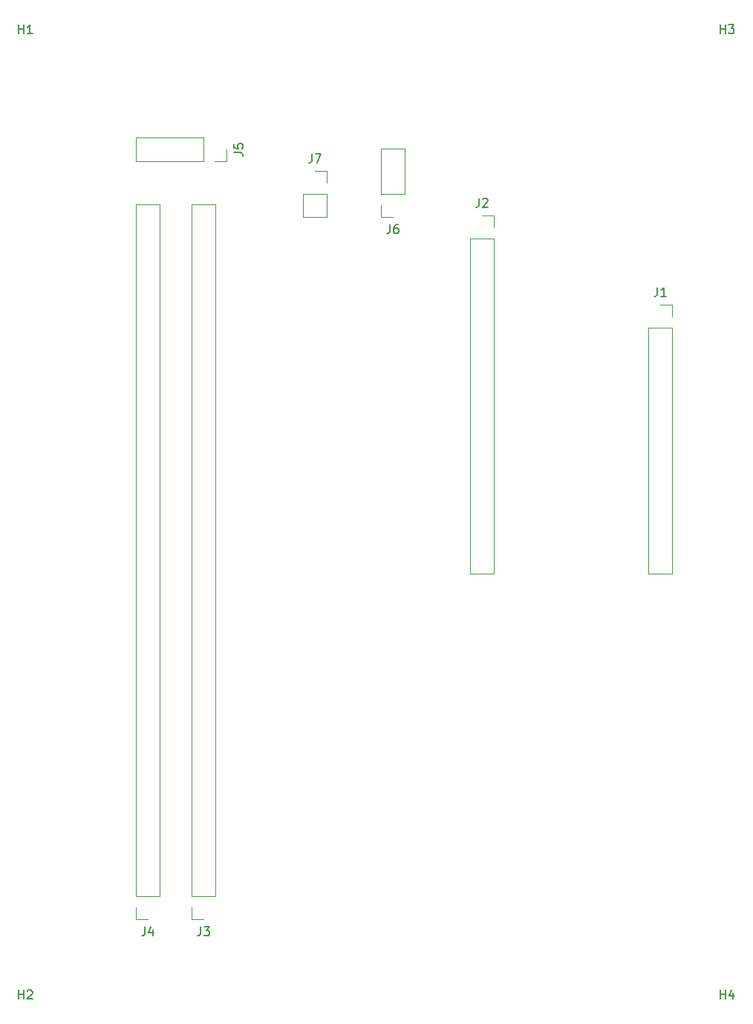
<source format=gbr>
G04 #@! TF.GenerationSoftware,KiCad,Pcbnew,5.1.2-f72e74a~84~ubuntu18.04.1*
G04 #@! TF.CreationDate,2019-12-29T11:51:02-05:00*
G04 #@! TF.ProjectId,knuth-gateway,6b6e7574-682d-4676-9174-657761792e6b,rev?*
G04 #@! TF.SameCoordinates,PX18392c0PY8b48bd0*
G04 #@! TF.FileFunction,Legend,Top*
G04 #@! TF.FilePolarity,Positive*
%FSLAX46Y46*%
G04 Gerber Fmt 4.6, Leading zero omitted, Abs format (unit mm)*
G04 Created by KiCad (PCBNEW 5.1.2-f72e74a~84~ubuntu18.04.1) date 2019-12-29 11:51:02*
%MOMM*%
%LPD*%
G04 APERTURE LIST*
%ADD10C,0.120000*%
%ADD11C,0.150000*%
G04 APERTURE END LIST*
D10*
X77410000Y85090000D02*
X80070000Y85090000D01*
X77410000Y85090000D02*
X77410000Y57090000D01*
X77410000Y57090000D02*
X80070000Y57090000D01*
X80070000Y85090000D02*
X80070000Y57090000D01*
X80070000Y87690000D02*
X80070000Y86360000D01*
X78740000Y87690000D02*
X80070000Y87690000D01*
X28000000Y20320000D02*
X25340000Y20320000D01*
X28000000Y20320000D02*
X28000000Y99120000D01*
X28000000Y99120000D02*
X25340000Y99120000D01*
X25340000Y20320000D02*
X25340000Y99120000D01*
X25340000Y17720000D02*
X25340000Y19050000D01*
X26670000Y17720000D02*
X25340000Y17720000D01*
X39370000Y102930000D02*
X40700000Y102930000D01*
X40700000Y102930000D02*
X40700000Y101600000D01*
X40700000Y100330000D02*
X40700000Y97730000D01*
X38040000Y97730000D02*
X40700000Y97730000D01*
X38040000Y100330000D02*
X38040000Y97730000D01*
X38040000Y100330000D02*
X40700000Y100330000D01*
X48260000Y97730000D02*
X46930000Y97730000D01*
X46930000Y97730000D02*
X46930000Y99060000D01*
X46930000Y100330000D02*
X46930000Y105470000D01*
X49590000Y105470000D02*
X46930000Y105470000D01*
X49590000Y100330000D02*
X49590000Y105470000D01*
X49590000Y100330000D02*
X46930000Y100330000D01*
X20320000Y17720000D02*
X18990000Y17720000D01*
X18990000Y17720000D02*
X18990000Y19050000D01*
X18990000Y20320000D02*
X18990000Y99120000D01*
X21650000Y99120000D02*
X18990000Y99120000D01*
X21650000Y20320000D02*
X21650000Y99120000D01*
X21650000Y20320000D02*
X18990000Y20320000D01*
X57090000Y95250000D02*
X59750000Y95250000D01*
X57090000Y95250000D02*
X57090000Y57090000D01*
X57090000Y57090000D02*
X59750000Y57090000D01*
X59750000Y95250000D02*
X59750000Y57090000D01*
X59750000Y97850000D02*
X59750000Y96520000D01*
X58420000Y97850000D02*
X59750000Y97850000D01*
X29270000Y105410000D02*
X29270000Y104080000D01*
X29270000Y104080000D02*
X27940000Y104080000D01*
X26670000Y104080000D02*
X18990000Y104080000D01*
X18990000Y106740000D02*
X18990000Y104080000D01*
X26670000Y106740000D02*
X18990000Y106740000D01*
X26670000Y106740000D02*
X26670000Y104080000D01*
D11*
X78406666Y89677620D02*
X78406666Y88963334D01*
X78359047Y88820477D01*
X78263809Y88725239D01*
X78120952Y88677620D01*
X78025714Y88677620D01*
X79406666Y88677620D02*
X78835238Y88677620D01*
X79120952Y88677620D02*
X79120952Y89677620D01*
X79025714Y89534762D01*
X78930476Y89439524D01*
X78835238Y89391905D01*
X26336666Y16827620D02*
X26336666Y16113334D01*
X26289047Y15970477D01*
X26193809Y15875239D01*
X26050952Y15827620D01*
X25955714Y15827620D01*
X26717619Y16827620D02*
X27336666Y16827620D01*
X27003333Y16446667D01*
X27146190Y16446667D01*
X27241428Y16399048D01*
X27289047Y16351429D01*
X27336666Y16256191D01*
X27336666Y16018096D01*
X27289047Y15922858D01*
X27241428Y15875239D01*
X27146190Y15827620D01*
X26860476Y15827620D01*
X26765238Y15875239D01*
X26717619Y15922858D01*
X39036666Y104917620D02*
X39036666Y104203334D01*
X38989047Y104060477D01*
X38893809Y103965239D01*
X38750952Y103917620D01*
X38655714Y103917620D01*
X39417619Y104917620D02*
X40084285Y104917620D01*
X39655714Y103917620D01*
X47926666Y96837620D02*
X47926666Y96123334D01*
X47879047Y95980477D01*
X47783809Y95885239D01*
X47640952Y95837620D01*
X47545714Y95837620D01*
X48831428Y96837620D02*
X48640952Y96837620D01*
X48545714Y96790000D01*
X48498095Y96742381D01*
X48402857Y96599524D01*
X48355238Y96409048D01*
X48355238Y96028096D01*
X48402857Y95932858D01*
X48450476Y95885239D01*
X48545714Y95837620D01*
X48736190Y95837620D01*
X48831428Y95885239D01*
X48879047Y95932858D01*
X48926666Y96028096D01*
X48926666Y96266191D01*
X48879047Y96361429D01*
X48831428Y96409048D01*
X48736190Y96456667D01*
X48545714Y96456667D01*
X48450476Y96409048D01*
X48402857Y96361429D01*
X48355238Y96266191D01*
X19986666Y16827620D02*
X19986666Y16113334D01*
X19939047Y15970477D01*
X19843809Y15875239D01*
X19700952Y15827620D01*
X19605714Y15827620D01*
X20891428Y16494286D02*
X20891428Y15827620D01*
X20653333Y16875239D02*
X20415238Y16160953D01*
X21034285Y16160953D01*
X58086666Y99837620D02*
X58086666Y99123334D01*
X58039047Y98980477D01*
X57943809Y98885239D01*
X57800952Y98837620D01*
X57705714Y98837620D01*
X58515238Y99742381D02*
X58562857Y99790000D01*
X58658095Y99837620D01*
X58896190Y99837620D01*
X58991428Y99790000D01*
X59039047Y99742381D01*
X59086666Y99647143D01*
X59086666Y99551905D01*
X59039047Y99409048D01*
X58467619Y98837620D01*
X59086666Y98837620D01*
X30162380Y105076667D02*
X30876666Y105076667D01*
X31019523Y105029048D01*
X31114761Y104933810D01*
X31162380Y104790953D01*
X31162380Y104695715D01*
X30162380Y106029048D02*
X30162380Y105552858D01*
X30638571Y105505239D01*
X30590952Y105552858D01*
X30543333Y105648096D01*
X30543333Y105886191D01*
X30590952Y105981429D01*
X30638571Y106029048D01*
X30733809Y106076667D01*
X30971904Y106076667D01*
X31067142Y106029048D01*
X31114761Y105981429D01*
X31162380Y105886191D01*
X31162380Y105648096D01*
X31114761Y105552858D01*
X31067142Y105505239D01*
X5588095Y118617620D02*
X5588095Y119617620D01*
X5588095Y119141429D02*
X6159523Y119141429D01*
X6159523Y118617620D02*
X6159523Y119617620D01*
X7159523Y118617620D02*
X6588095Y118617620D01*
X6873809Y118617620D02*
X6873809Y119617620D01*
X6778571Y119474762D01*
X6683333Y119379524D01*
X6588095Y119331905D01*
X5588095Y8617620D02*
X5588095Y9617620D01*
X5588095Y9141429D02*
X6159523Y9141429D01*
X6159523Y8617620D02*
X6159523Y9617620D01*
X6588095Y9522381D02*
X6635714Y9570000D01*
X6730952Y9617620D01*
X6969047Y9617620D01*
X7064285Y9570000D01*
X7111904Y9522381D01*
X7159523Y9427143D01*
X7159523Y9331905D01*
X7111904Y9189048D01*
X6540476Y8617620D01*
X7159523Y8617620D01*
X85588095Y118617620D02*
X85588095Y119617620D01*
X85588095Y119141429D02*
X86159523Y119141429D01*
X86159523Y118617620D02*
X86159523Y119617620D01*
X86540476Y119617620D02*
X87159523Y119617620D01*
X86826190Y119236667D01*
X86969047Y119236667D01*
X87064285Y119189048D01*
X87111904Y119141429D01*
X87159523Y119046191D01*
X87159523Y118808096D01*
X87111904Y118712858D01*
X87064285Y118665239D01*
X86969047Y118617620D01*
X86683333Y118617620D01*
X86588095Y118665239D01*
X86540476Y118712858D01*
X85588095Y8617620D02*
X85588095Y9617620D01*
X85588095Y9141429D02*
X86159523Y9141429D01*
X86159523Y8617620D02*
X86159523Y9617620D01*
X87064285Y9284286D02*
X87064285Y8617620D01*
X86826190Y9665239D02*
X86588095Y8950953D01*
X87207142Y8950953D01*
M02*

</source>
